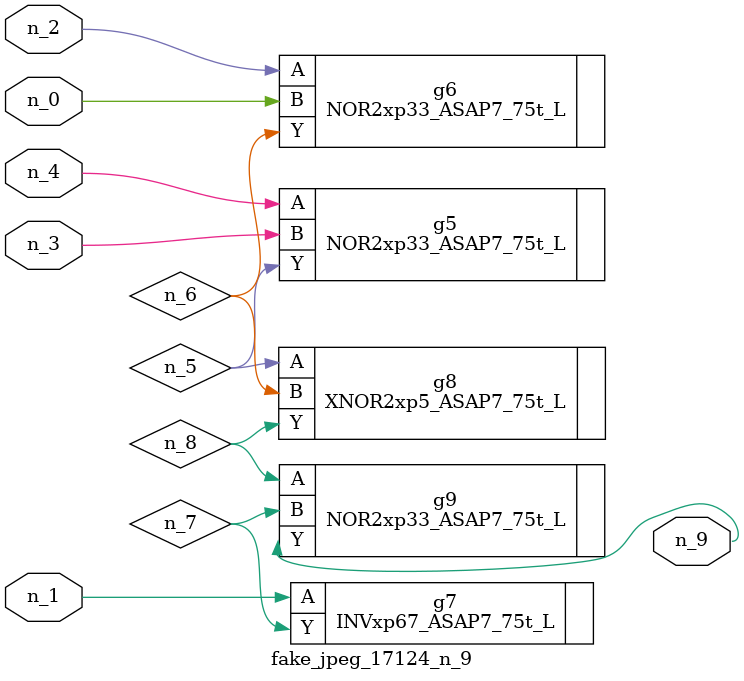
<source format=v>
module fake_jpeg_17124_n_9 (n_3, n_2, n_1, n_0, n_4, n_9);

input n_3;
input n_2;
input n_1;
input n_0;
input n_4;

output n_9;

wire n_8;
wire n_6;
wire n_5;
wire n_7;

NOR2xp33_ASAP7_75t_L g5 ( 
.A(n_4),
.B(n_3),
.Y(n_5)
);

NOR2xp33_ASAP7_75t_L g6 ( 
.A(n_2),
.B(n_0),
.Y(n_6)
);

INVxp67_ASAP7_75t_L g7 ( 
.A(n_1),
.Y(n_7)
);

XNOR2xp5_ASAP7_75t_L g8 ( 
.A(n_5),
.B(n_6),
.Y(n_8)
);

NOR2xp33_ASAP7_75t_L g9 ( 
.A(n_8),
.B(n_7),
.Y(n_9)
);


endmodule
</source>
